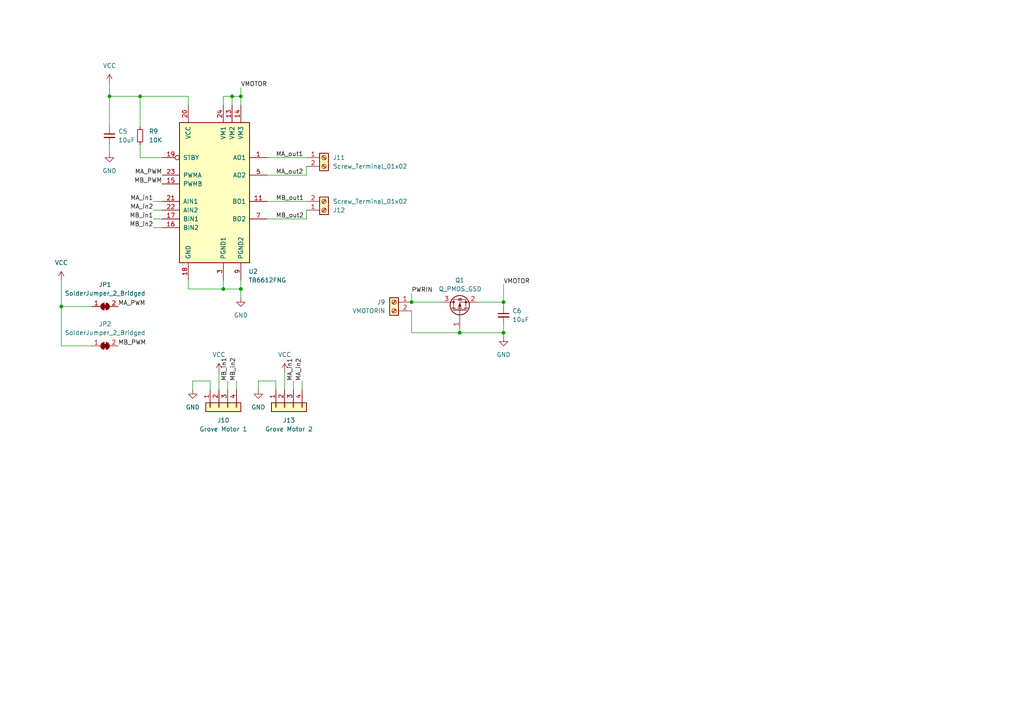
<source format=kicad_sch>
(kicad_sch (version 20230121) (generator eeschema)
  (paper "A4")
  (lib_symbols
    (symbol "Connector:Screw_Terminal_01x02" (pin_names (offset 1.016) hide)
      (property "Reference" "J" (at 0 2.54 0))
      (property "Value" "Screw_Terminal_01x02" (at 0 -5.08 0))
      (symbol "Screw_Terminal_01x02_1_1"
        (rectangle (start -1.27 1.27) (end 1.27 -3.81) (stroke (width 0.254)) (fill (type background)))
        (circle (center 0 -2.54) (radius 0.635) (stroke (width 0.1524)))
        (polyline (pts (xy -0.5334 -2.2098) (xy 0.3302 -3.048)) (stroke (width 0.1524)))
        (polyline (pts (xy -0.5334 0.3302) (xy 0.3302 -0.508)) (stroke (width 0.1524)))
        (polyline (pts (xy -0.3556 -2.032) (xy 0.508 -2.8702)) (stroke (width 0.1524)))
        (polyline (pts (xy -0.3556 0.508) (xy 0.508 -0.3302)) (stroke (width 0.1524)))
        (circle (center 0 0) (radius 0.635) (stroke (width 0.1524)))
        (pin passive line (at -5.08 0 0) (length 3.81) (name "Pin_1") (number "1"))
        (pin passive line (at -5.08 -2.54 0) (length 3.81) (name "Pin_2") (number "2"))
      )
    )
    (symbol "Connector_Generic:Conn_01x04" (pin_names (offset 1.016) hide)
      (property "Reference" "J" (at 0 5.08 0))
      (property "Value" "Conn_01x04" (at 0 -7.62 0))
      (symbol "Conn_01x04_1_1"
        (rectangle (start -1.27 -4.953) (end 0 -5.207) (stroke (width 0.1524)))
        (rectangle (start -1.27 -2.413) (end 0 -2.667) (stroke (width 0.1524)))
        (rectangle (start -1.27 0.127) (end 0 -0.127) (stroke (width 0.1524)))
        (rectangle (start -1.27 2.667) (end 0 2.413) (stroke (width 0.1524)))
        (rectangle (start -1.27 3.81) (end 1.27 -6.35) (stroke (width 0.254)) (fill (type background)))
        (pin passive line (at -5.08 2.54 0) (length 3.81) (name "Pin_1") (number "1"))
        (pin passive line (at -5.08 0 0) (length 3.81) (name "Pin_2") (number "2"))
        (pin passive line (at -5.08 -2.54 0) (length 3.81) (name "Pin_3") (number "3"))
        (pin passive line (at -5.08 -5.08 0) (length 3.81) (name "Pin_4") (number "4"))
      )
    )
    (symbol "Device:C_Small" (pin_numbers hide) (pin_names (offset 0.254) hide)
      (property "Reference" "C" (at 0.254 1.778 0))
      (property "Value" "C_Small" (at 0.254 -2.032 0))
      (symbol "C_Small_0_1"
        (polyline (pts (xy -1.524 -0.508) (xy 1.524 -0.508)) (stroke (width 0.3302)))
        (polyline (pts (xy -1.524 0.508) (xy 1.524 0.508)) (stroke (width 0.3048)))
      )
      (symbol "C_Small_1_1"
        (pin passive line (at 0 2.54 270) (length 2.032) (name "~") (number "1"))
        (pin passive line (at 0 -2.54 90) (length 2.032) (name "~") (number "2"))
      )
    )
    (symbol "Device:Q_PMOS_GSD" (pin_names (offset 0) hide)
      (property "Reference" "Q" (at 5.08 1.27 0))
      (property "Value" "Q_PMOS_GSD" (at 5.08 -1.27 0))
      (symbol "Q_PMOS_GSD_0_1"
        (polyline (pts (xy 0.254 0) (xy -2.54 0)))
        (polyline (pts (xy 0.254 1.905) (xy 0.254 -1.905)) (stroke (width 0.254)))
        (polyline (pts (xy 0.762 -1.27) (xy 0.762 -2.286)) (stroke (width 0.254)))
        (polyline (pts (xy 0.762 0.508) (xy 0.762 -0.508)) (stroke (width 0.254)))
        (polyline (pts (xy 0.762 2.286) (xy 0.762 1.27)) (stroke (width 0.254)))
        (polyline (pts (xy 2.54 2.54) (xy 2.54 1.778)))
        (polyline (pts (xy 2.54 -2.54) (xy 2.54 0) (xy 0.762 0)))
        (polyline (pts (xy 0.762 1.778) (xy 3.302 1.778) (xy 3.302 -1.778) (xy 0.762 -1.778)))
        (polyline (pts (xy 2.286 0) (xy 1.27 0.381) (xy 1.27 -0.381) (xy 2.286 0)) (fill (type outline)))
        (polyline (pts (xy 2.794 -0.508) (xy 2.921 -0.381) (xy 3.683 -0.381) (xy 3.81 -0.254)))
        (polyline (pts (xy 3.302 -0.381) (xy 2.921 0.254) (xy 3.683 0.254) (xy 3.302 -0.381)))
        (circle (center 1.651 0) (radius 2.794) (stroke (width 0.254)))
        (circle (center 2.54 -1.778) (radius 0.254) (fill (type outline)))
        (circle (center 2.54 1.778) (radius 0.254) (fill (type outline)))
      )
      (symbol "Q_PMOS_GSD_1_1"
        (pin input line (at -5.08 0 0) (length 2.54) (name "G") (number "1"))
        (pin passive line (at 2.54 -5.08 90) (length 2.54) (name "S") (number "2"))
        (pin passive line (at 2.54 5.08 270) (length 2.54) (name "D") (number "3"))
      )
    )
    (symbol "Device:R_Small" (pin_numbers hide) (pin_names (offset 0.254) hide)
      (property "Reference" "R" (at 0.762 0.508 0))
      (property "Value" "R_Small" (at 0.762 -1.016 0))
      (symbol "R_Small_0_1"
        (rectangle (start -0.762 1.778) (end 0.762 -1.778) (stroke (width 0.2032)))
      )
      (symbol "R_Small_1_1"
        (pin passive line (at 0 2.54 270) (length 0.762) (name "~") (number "1"))
        (pin passive line (at 0 -2.54 90) (length 0.762) (name "~") (number "2"))
      )
    )
    (symbol "Driver_Motor:TB6612FNG" (pin_names (offset 1.016))
      (property "Reference" "U" (at 11.43 17.78 0))
      (property "Value" "TB6612FNG" (at 11.43 15.24 0))
      (symbol "TB6612FNG_0_1"
        (rectangle (start -10.16 20.32) (end 10.16 -20.32) (stroke (width 0.254)) (fill (type background)))
      )
      (symbol "TB6612FNG_1_1"
        (pin output line (at 15.24 10.16 180) (length 5.08) (name "AO1") (number "1"))
        (pin passive line (at 7.62 -25.4 90) (length 5.08) hide (name "PGND2") (number "10"))
        (pin output line (at 15.24 -2.54 180) (length 5.08) (name "BO1") (number "11"))
        (pin passive line (at 15.24 -2.54 180) (length 5.08) hide (name "BO1") (number "12"))
        (pin power_in line (at 5.08 25.4 270) (length 5.08) (name "VM2") (number "13"))
        (pin power_in line (at 7.62 25.4 270) (length 5.08) (name "VM3") (number "14"))
        (pin input line (at -15.24 2.54 0) (length 5.08) (name "PWMB") (number "15"))
        (pin input line (at -15.24 -10.16 0) (length 5.08) (name "BIN2") (number "16"))
        (pin input line (at -15.24 -7.62 0) (length 5.08) (name "BIN1") (number "17"))
        (pin power_in line (at -7.62 -25.4 90) (length 5.08) (name "GND") (number "18"))
        (pin input inverted (at -15.24 10.16 0) (length 5.08) (name "STBY") (number "19"))
        (pin passive line (at 15.24 10.16 180) (length 5.08) hide (name "AO1") (number "2"))
        (pin power_in line (at -7.62 25.4 270) (length 5.08) (name "VCC") (number "20"))
        (pin input line (at -15.24 -2.54 0) (length 5.08) (name "AIN1") (number "21"))
        (pin input line (at -15.24 -5.08 0) (length 5.08) (name "AIN2") (number "22"))
        (pin input line (at -15.24 5.08 0) (length 5.08) (name "PWMA") (number "23"))
        (pin power_in line (at 2.54 25.4 270) (length 5.08) (name "VM1") (number "24"))
        (pin power_in line (at 2.54 -25.4 90) (length 5.08) (name "PGND1") (number "3"))
        (pin passive line (at 2.54 -25.4 90) (length 5.08) hide (name "PGND1") (number "4"))
        (pin output line (at 15.24 5.08 180) (length 5.08) (name "AO2") (number "5"))
        (pin passive line (at 15.24 5.08 180) (length 5.08) hide (name "AO2") (number "6"))
        (pin output line (at 15.24 -7.62 180) (length 5.08) (name "BO2") (number "7"))
        (pin passive line (at 15.24 -7.62 180) (length 5.08) hide (name "BO2") (number "8"))
        (pin power_in line (at 7.62 -25.4 90) (length 5.08) (name "PGND2") (number "9"))
      )
    )
    (symbol "GND_1" (power) (pin_names (offset 0))
      (property "Value" "GND_1" (at 0 -3.81 0))
      (symbol "GND_1_0_1"
        (polyline (pts (xy 0 0) (xy 0 -1.27) (xy 1.27 -1.27) (xy 0 -2.54) (xy -1.27 -1.27) (xy 0 -1.27)))
      )
      (symbol "GND_1_1_1"
        (pin power_in line (at 0 0 270) (length 0) hide (name "GND") (number "1"))
      )
    )
    (symbol "Jumper:SolderJumper_2_Bridged" (pin_names (offset 0) hide)
      (property "Reference" "JP" (at 0 2.032 0))
      (property "Value" "SolderJumper_2_Bridged" (at 0 -2.54 0))
      (symbol "SolderJumper_2_Bridged_0_1"
        (rectangle (start -0.508 0.508) (end 0.508 -0.508) (fill (type outline)))
        (arc (start -0.254 1.016) (mid -1.2656 0) (end -0.254 -1.016))
        (arc (start -0.254 1.016) (mid -1.2656 0) (end -0.254 -1.016) (fill (type outline)))
        (polyline (pts (xy -0.254 1.016) (xy -0.254 -1.016)))
        (polyline (pts (xy 0.254 1.016) (xy 0.254 -1.016)))
        (arc (start 0.254 -1.016) (mid 1.2656 0) (end 0.254 1.016))
        (arc (start 0.254 -1.016) (mid 1.2656 0) (end 0.254 1.016) (fill (type outline)))
      )
      (symbol "SolderJumper_2_Bridged_1_1"
        (pin passive line (at -3.81 0 0) (length 2.54) (name "A") (number "1"))
        (pin passive line (at 3.81 0 180) (length 2.54) (name "B") (number "2"))
      )
    )
    (symbol "power:GND" (power) (pin_names (offset 0))
      (property "Value" "GND" (at 0 -3.81 0))
      (symbol "GND_0_1"
        (polyline (pts (xy 0 0) (xy 0 -1.27) (xy 1.27 -1.27) (xy 0 -2.54) (xy -1.27 -1.27) (xy 0 -1.27)))
      )
      (symbol "GND_1_1"
        (pin power_in line (at 0 0 270) (length 0) hide (name "GND") (number "1"))
      )
    )
    (symbol "power:VCC" (power) (pin_names (offset 0))
      (property "Value" "VCC" (at 0 3.81 0))
      (symbol "VCC_0_1"
        (polyline (pts (xy -0.762 1.27) (xy 0 2.54)))
        (polyline (pts (xy 0 0) (xy 0 2.54)))
        (polyline (pts (xy 0 2.54) (xy 0.762 1.27)))
      )
      (symbol "VCC_1_1"
        (pin power_in line (at 0 0 90) (length 0) hide (name "VCC") (number "1"))
      )
    )
  )
  (junction (at 17.78 88.9))
  (junction (at 119.38 87.63))
  (junction (at 64.77 83.82))
  (junction (at 133.35 96.52))
  (junction (at 31.75 27.94))
  (junction (at 146.05 96.52))
  (junction (at 40.64 27.94))
  (junction (at 146.05 87.63))
  (junction (at 67.31 27.94))
  (junction (at 69.85 83.82))
  (junction (at 69.85 27.94))
  (wire (pts (xy 119.38 85.09) (xy 119.38 87.63)))
  (wire (pts (xy 63.5 107.95) (xy 63.5 113.03)))
  (wire (pts (xy 88.9 60.96) (xy 88.9 63.5)))
  (wire (pts (xy 68.58 110.49) (xy 68.58 113.03)))
  (wire (pts (xy 69.85 25.4) (xy 69.85 27.94)))
  (wire (pts (xy 133.35 96.52) (xy 146.05 96.52)))
  (wire (pts (xy 54.61 27.94) (xy 40.64 27.94)))
  (wire (pts (xy 44.45 66.04) (xy 46.99 66.04)))
  (wire (pts (xy 74.93 110.49) (xy 74.93 113.03)))
  (wire (pts (xy 80.01 113.03) (xy 80.01 110.49)))
  (wire (pts (xy 64.77 30.48) (xy 64.77 27.94)))
  (wire (pts (xy 80.01 110.49) (xy 74.93 110.49)))
  (wire (pts (xy 54.61 83.82) (xy 64.77 83.82)))
  (wire (pts (xy 54.61 81.28) (xy 54.61 83.82)))
  (wire (pts (xy 54.61 30.48) (xy 54.61 27.94)))
  (wire (pts (xy 146.05 93.98) (xy 146.05 96.52)))
  (wire (pts (xy 44.45 60.96) (xy 46.99 60.96)))
  (wire (pts (xy 119.38 96.52) (xy 133.35 96.52)))
  (wire (pts (xy 138.43 87.63) (xy 146.05 87.63)))
  (wire (pts (xy 82.55 107.95) (xy 82.55 113.03)))
  (wire (pts (xy 146.05 87.63) (xy 146.05 88.9)))
  (wire (pts (xy 17.78 81.28) (xy 17.78 88.9)))
  (wire (pts (xy 77.47 50.8) (xy 88.9 50.8)))
  (wire (pts (xy 119.38 90.17) (xy 119.38 96.52)))
  (wire (pts (xy 77.47 63.5) (xy 88.9 63.5)))
  (wire (pts (xy 31.75 24.13) (xy 31.75 27.94)))
  (wire (pts (xy 55.88 110.49) (xy 55.88 113.03)))
  (wire (pts (xy 40.64 27.94) (xy 40.64 36.83)))
  (wire (pts (xy 69.85 27.94) (xy 69.85 30.48)))
  (wire (pts (xy 31.75 27.94) (xy 40.64 27.94)))
  (wire (pts (xy 133.35 96.52) (xy 133.35 95.25)))
  (wire (pts (xy 44.45 63.5) (xy 46.99 63.5)))
  (wire (pts (xy 26.67 88.9) (xy 17.78 88.9)))
  (wire (pts (xy 64.77 27.94) (xy 67.31 27.94)))
  (wire (pts (xy 85.09 110.49) (xy 85.09 113.03)))
  (wire (pts (xy 64.77 83.82) (xy 69.85 83.82)))
  (wire (pts (xy 40.64 41.91) (xy 40.64 45.72)))
  (wire (pts (xy 31.75 41.91) (xy 31.75 44.45)))
  (wire (pts (xy 31.75 36.83) (xy 31.75 27.94)))
  (wire (pts (xy 77.47 45.72) (xy 88.9 45.72)))
  (wire (pts (xy 67.31 27.94) (xy 69.85 27.94)))
  (wire (pts (xy 60.96 113.03) (xy 60.96 110.49)))
  (wire (pts (xy 60.96 110.49) (xy 55.88 110.49)))
  (wire (pts (xy 67.31 27.94) (xy 67.31 30.48)))
  (wire (pts (xy 146.05 82.55) (xy 146.05 87.63)))
  (wire (pts (xy 119.38 87.63) (xy 128.27 87.63)))
  (wire (pts (xy 17.78 88.9) (xy 17.78 100.33)))
  (wire (pts (xy 77.47 58.42) (xy 88.9 58.42)))
  (wire (pts (xy 64.77 81.28) (xy 64.77 83.82)))
  (wire (pts (xy 40.64 45.72) (xy 46.99 45.72)))
  (wire (pts (xy 69.85 81.28) (xy 69.85 83.82)))
  (wire (pts (xy 88.9 48.26) (xy 88.9 50.8)))
  (wire (pts (xy 66.04 110.49) (xy 66.04 113.03)))
  (wire (pts (xy 26.67 100.33) (xy 17.78 100.33)))
  (wire (pts (xy 69.85 83.82) (xy 69.85 86.36)))
  (wire (pts (xy 146.05 97.79) (xy 146.05 96.52)))
  (wire (pts (xy 44.45 58.42) (xy 46.99 58.42)))
  (wire (pts (xy 87.63 110.49) (xy 87.63 113.03)))
  (label "PWRIN" (at 119.38 85.09 0))
  (label "MB_PWM" (at 34.29 100.33 0))
  (label "MA_in1" (at 44.45 58.42 180))
  (label "MA_out1" (at 80.01 45.72 0))
  (label "MA_out2" (at 80.01 50.8 0))
  (label "MA_in2" (at 44.45 60.96 180))
  (label "MA_PWM" (at 46.99 50.8 180))
  (label "MA_in2" (at 87.63 110.49 90))
  (label "MB_in1" (at 66.04 110.49 90))
  (label "MB_in1" (at 44.45 63.5 180))
  (label "MB_in2" (at 44.45 66.04 180))
  (label "MB_PWM" (at 46.99 53.34 180))
  (label "MA_in1" (at 85.09 110.49 90))
  (label "MB_out2" (at 80.01 63.5 0))
  (label "VMOTOR" (at 69.85 25.4 0))
  (label "MB_in2" (at 68.58 110.49 90))
  (label "MB_out1" (at 80.01 58.42 0))
  (label "MA_PWM" (at 34.29 88.9 0))
  (label "VMOTOR" (at 146.05 82.55 0))
  (symbol (lib_id "Driver_Motor:TB6612FNG") (at 62.23 55.88 0) (unit 1)
    (property "Reference" "U2" (at 72.0441 78.74 0) (effects (justify left)))
    (property "Value" "TB6612FNG" (at 72.0441 81.28 0) (effects (justify left)))
    (property "Footprint" "Package_SO:SSOP-24_5.3x8.2mm_P0.65mm" (effects hide))
    (property "Datasheet" "https://toshiba.semicon-storage.com/us/product/linear/motordriver/detail.TB6612FNG.html" (effects hide))
    (property "MPN" "C88224" (effects hide))
  )
  (symbol (lib_id "Connector:Screw_Terminal_01x02") (at 93.98 45.72 0) (unit 1)
    (property "Reference" "J11" (at 96.52 45.72 0) (effects (justify left)))
    (property "Value" "Screw_Terminal_01x02" (at 96.52 48.26 0) (effects (justify left)))
    (property "Footprint" "Library:DG301-5.0-2P-1X" (effects hide))
  )
  (symbol (lib_id "Device:R_Small") (at 40.64 39.37 0) (unit 1)
    (property "Reference" "R9" (at 43.18 38.1 0) (effects (justify left)))
    (property "Value" "10K" (at 43.18 40.64 0) (effects (justify left)))
    (property "Footprint" "Resistor_SMD:R_0402_1005Metric" (effects hide))
    (property "MPN" "C25744" (effects hide))
  )
  (symbol (lib_name "GND_1") (lib_id "power:GND") (at 31.75 44.45 0) (unit 1)
    (property "Reference" "#PWR027" (effects hide))
    (property "Value" "GND" (at 31.75 49.53 0))
  )
  (symbol (lib_id "power:VCC") (at 17.78 81.28 0) (unit 1)
    (property "Reference" "#PWR029" (effects hide))
    (property "Value" "VCC" (at 17.78 76.2 0))
  )
  (symbol (lib_id "Jumper:SolderJumper_2_Bridged") (at 30.48 100.33 0) (unit 1)
    (property "Reference" "JP2" (at 30.48 93.98 0))
    (property "Value" "SolderJumper_2_Bridged" (at 30.48 96.52 0))
    (property "Footprint" "Jumper:SolderJumper-2_P1.3mm_Bridged_Pad1.0x1.5mm" (effects hide))
  )
  (symbol (lib_id "Connector:Screw_Terminal_01x02") (at 93.98 60.96 0) (mirror x) (unit 1)
    (property "Reference" "J12" (at 96.52 60.96 0) (effects (justify left)))
    (property "Value" "Screw_Terminal_01x02" (at 96.52 58.42 0) (effects (justify left)))
    (property "Footprint" "Library:DG301-5.0-2P-1X" (effects hide))
  )
  (symbol (lib_name "GND_1") (lib_id "power:GND") (at 146.05 97.79 0) (unit 1)
    (property "Reference" "#PWR025" (effects hide))
    (property "Value" "GND" (at 146.05 102.87 0))
  )
  (symbol (lib_id "power:VCC") (at 63.5 107.95 0) (unit 1)
    (property "Reference" "#PWR034" (effects hide))
    (property "Value" "VCC" (at 63.5 102.87 0))
  )
  (symbol (lib_id "Device:C_Small") (at 146.05 91.44 0) (unit 1)
    (property "Reference" "C6" (at 148.59 90.1763 0) (effects (justify left)))
    (property "Value" "10uF" (at 148.59 92.7163 0) (effects (justify left)))
    (property "Footprint" "Capacitor_SMD:C_0805_2012Metric" (effects hide))
    (property "MPN" "C15850" (effects hide))
  )
  (symbol (lib_id "Jumper:SolderJumper_2_Bridged") (at 30.48 88.9 0) (unit 1)
    (property "Reference" "JP1" (at 30.48 82.55 0))
    (property "Value" "SolderJumper_2_Bridged" (at 30.48 85.09 0))
    (property "Footprint" "Jumper:SolderJumper-2_P1.3mm_Bridged_Pad1.0x1.5mm" (effects hide))
  )
  (symbol (lib_id "power:GND") (at 55.88 113.03 0) (unit 1)
    (property "Reference" "#PWR030" (effects hide))
    (property "Value" "GND" (at 55.88 118.11 0))
  )
  (symbol (lib_name "GND_1") (lib_id "power:GND") (at 69.85 86.36 0) (unit 1)
    (property "Reference" "#PWR026" (effects hide))
    (property "Value" "GND" (at 69.85 91.44 0))
  )
  (symbol (lib_id "Connector_Generic:Conn_01x04") (at 82.55 118.11 90) (mirror x) (unit 1)
    (property "Reference" "J13" (at 83.82 121.92 90))
    (property "Value" "Grove Motor 2" (at 83.82 124.46 90))
    (property "Footprint" "Library:GroveHorizontal" (effects hide))
  )
  (symbol (lib_id "Connector_Generic:Conn_01x04") (at 63.5 118.11 90) (mirror x) (unit 1)
    (property "Reference" "J10" (at 64.77 121.92 90))
    (property "Value" "Grove Motor 1" (at 64.77 124.46 90))
    (property "Footprint" "Library:GroveHorizontal" (effects hide))
  )
  (symbol (lib_id "power:VCC") (at 82.55 107.95 0) (unit 1)
    (property "Reference" "#PWR031" (effects hide))
    (property "Value" "VCC" (at 82.55 102.87 0))
  )
  (symbol (lib_id "power:VCC") (at 31.75 24.13 0) (unit 1)
    (property "Reference" "#PWR028" (effects hide))
    (property "Value" "VCC" (at 31.75 19.05 0))
  )
  (symbol (lib_id "Connector:Screw_Terminal_01x02") (at 114.3 87.63 0) (mirror y) (unit 1)
    (property "Reference" "J9" (at 111.76 87.63 0) (effects (justify left)))
    (property "Value" "VMOTORIN" (at 111.76 90.17 0) (effects (justify left)))
    (property "Footprint" "Library:DG301-5.0-2P-1X" (effects hide))
  )
  (symbol (lib_id "Device:Q_PMOS_GSD") (at 133.35 90.17 90) (unit 1)
    (property "Reference" "Q1" (at 133.35 81.28 90))
    (property "Value" "Q_PMOS_GSD" (at 139.7 83.82 90) (effects (justify left)))
    (property "Footprint" "Package_TO_SOT_SMD:SOT-23" (effects hide))
    (property "Datasheet" "https://mm.digikey.com/Volume0/opasdata/d220001/medias/docus/416/DMG3415U.pdf" (effects hide))
    (property "MPN" "C96616" (effects hide))
  )
  (symbol (lib_id "Device:C_Small") (at 31.75 39.37 0) (unit 1)
    (property "Reference" "C5" (at 34.29 38.1063 0) (effects (justify left)))
    (property "Value" "10uF" (at 34.29 40.6463 0) (effects (justify left)))
    (property "Footprint" "Capacitor_SMD:C_0805_2012Metric" (effects hide))
    (property "MPN" "C15850" (effects hide))
  )
  (symbol (lib_id "power:GND") (at 74.93 113.03 0) (unit 1)
    (property "Reference" "#PWR032" (effects hide))
    (property "Value" "GND" (at 74.93 118.11 0))
  )
)
</source>
